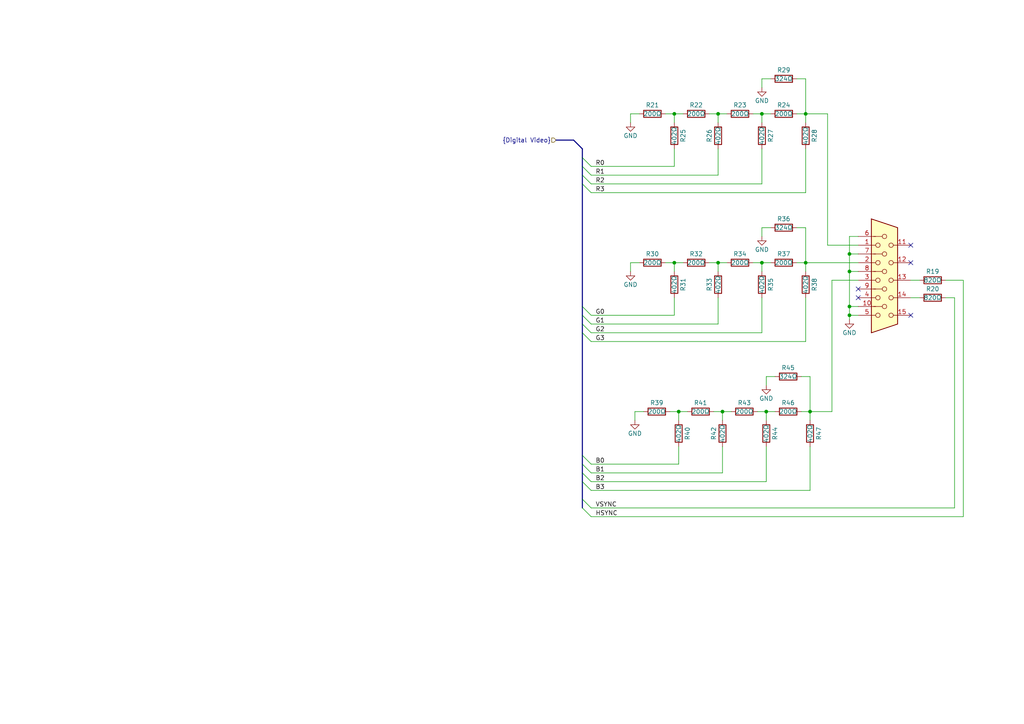
<source format=kicad_sch>
(kicad_sch (version 20230121) (generator eeschema)
  (paper "A4")
  (lib_symbols
    (symbol "Connector:DE15_Receptacle_HighDensity" (pin_names (offset 1.016) hide)
      (property "Reference" "J" (at 0 21.59 0))
      (property "Value" "DE15_Receptacle_HighDensity" (at 0 19.05 0))
      (symbol "DE15_Receptacle_HighDensity_0_1"
        (circle (center -1.905 -10.16) (radius 0.635))
        (circle (center -1.905 -5.08) (radius 0.635))
        (circle (center -1.905 0) (radius 0.635))
        (circle (center -1.905 5.08) (radius 0.635))
        (circle (center -1.905 10.16) (radius 0.635))
        (circle (center 0 -7.62) (radius 0.635))
        (circle (center 0 -2.54) (radius 0.635))
        (polyline (pts (xy -3.175 7.62) (xy -0.635 7.62)))
        (polyline (pts (xy -0.635 -7.62) (xy -3.175 -7.62)))
        (polyline (pts (xy -0.635 -2.54) (xy -3.175 -2.54)))
        (polyline (pts (xy -0.635 2.54) (xy -3.175 2.54)))
        (polyline (pts (xy -0.635 12.7) (xy -3.175 12.7)))
        (polyline (pts (xy -3.81 17.78) (xy -3.81 -15.24) (xy 3.81 -12.7) (xy 3.81 15.24) (xy -3.81 17.78)) (stroke (width 0.254)) (fill (type background)))
        (circle (center 0 2.54) (radius 0.635))
        (circle (center 0 7.62) (radius 0.635))
        (circle (center 0 12.7) (radius 0.635))
        (circle (center 1.905 -10.16) (radius 0.635))
        (circle (center 1.905 -5.08) (radius 0.635))
        (circle (center 1.905 0) (radius 0.635))
        (circle (center 1.905 5.08) (radius 0.635))
        (circle (center 1.905 10.16) (radius 0.635))
      )
      (symbol "DE15_Receptacle_HighDensity_1_1"
        (pin passive line (at -7.62 10.16 0) (length 5.08) (name "~") (number "1"))
        (pin passive line (at -7.62 -7.62 0) (length 5.08) (name "~") (number "10"))
        (pin passive line (at 7.62 10.16 180) (length 5.08) (name "~") (number "11"))
        (pin passive line (at 7.62 5.08 180) (length 5.08) (name "~") (number "12"))
        (pin passive line (at 7.62 0 180) (length 5.08) (name "~") (number "13"))
        (pin passive line (at 7.62 -5.08 180) (length 5.08) (name "~") (number "14"))
        (pin passive line (at 7.62 -10.16 180) (length 5.08) (name "~") (number "15"))
        (pin passive line (at -7.62 5.08 0) (length 5.08) (name "~") (number "2"))
        (pin passive line (at -7.62 0 0) (length 5.08) (name "~") (number "3"))
        (pin passive line (at -7.62 -5.08 0) (length 5.08) (name "~") (number "4"))
        (pin passive line (at -7.62 -10.16 0) (length 5.08) (name "~") (number "5"))
        (pin passive line (at -7.62 12.7 0) (length 5.08) (name "~") (number "6"))
        (pin passive line (at -7.62 7.62 0) (length 5.08) (name "~") (number "7"))
        (pin passive line (at -7.62 2.54 0) (length 5.08) (name "~") (number "8"))
        (pin passive line (at -7.62 -2.54 0) (length 5.08) (name "~") (number "9"))
      )
    )
    (symbol "Device:R" (pin_numbers hide) (pin_names (offset 0))
      (property "Reference" "R" (at 2.032 0 90))
      (property "Value" "R" (at 0 0 90))
      (symbol "R_0_1"
        (rectangle (start -1.016 -2.54) (end 1.016 2.54) (stroke (width 0.254)))
      )
      (symbol "R_1_1"
        (pin passive line (at 0 3.81 270) (length 1.27) (name "~") (number "1"))
        (pin passive line (at 0 -3.81 90) (length 1.27) (name "~") (number "2"))
      )
    )
    (symbol "power:GND" (power) (pin_names (offset 0))
      (property "Value" "GND" (at 0 -3.81 0))
      (symbol "GND_0_1"
        (polyline (pts (xy 0 0) (xy 0 -1.27) (xy 1.27 -1.27) (xy 0 -2.54) (xy -1.27 -1.27) (xy 0 -1.27)))
      )
      (symbol "GND_1_1"
        (pin power_in line (at 0 0 270) (length 0) hide (name "GND") (number "1"))
      )
    )
  )
  (bus_alias "Digital Video" (members "R[0..3]" "G[0..3]" "B[0..3]" "HSYNC" "VSYNC" "PIXEL_CLK"))
  (junction (at 233.68 33.02))
  (junction (at 246.38 73.66))
  (junction (at 220.98 76.2))
  (junction (at 246.38 78.74))
  (junction (at 208.28 76.2))
  (junction (at 208.28 33.02))
  (junction (at 246.38 88.9))
  (junction (at 209.55 119.38))
  (junction (at 222.25 119.38))
  (junction (at 220.98 33.02))
  (junction (at 233.68 76.2))
  (junction (at 195.58 76.2))
  (junction (at 246.38 91.44))
  (junction (at 196.85 119.38))
  (junction (at 195.58 33.02))
  (junction (at 234.95 119.38))
  (no_connect (at 264.16 91.44))
  (no_connect (at 248.92 83.82))
  (no_connect (at 264.16 71.12))
  (no_connect (at 248.92 86.36))
  (no_connect (at 264.16 76.2))
  (bus_entry (at 168.91 88.9) (size 2.54 2.54))
  (bus_entry (at 168.91 48.26) (size 2.54 2.54))
  (bus_entry (at 168.91 134.62) (size 2.54 2.54))
  (bus_entry (at 168.91 96.52) (size 2.54 2.54))
  (bus_entry (at 168.91 50.8) (size 2.54 2.54))
  (bus_entry (at 168.91 137.16) (size 2.54 2.54))
  (bus_entry (at 168.91 144.78) (size 2.54 2.54))
  (bus_entry (at 168.91 93.98) (size 2.54 2.54))
  (bus_entry (at 168.91 132.08) (size 2.54 2.54))
  (bus_entry (at 168.91 45.72) (size 2.54 2.54))
  (bus_entry (at 168.91 53.34) (size 2.54 2.54))
  (bus_entry (at 168.91 91.44) (size 2.54 2.54))
  (bus_entry (at 168.91 147.32) (size 2.54 2.54))
  (bus_entry (at 168.91 139.7) (size 2.54 2.54))
  (wire (pts (xy 274.32 86.36) (xy 276.86 86.36)))
  (wire (pts (xy 222.25 109.22) (xy 222.25 111.76)))
  (wire (pts (xy 171.45 53.34) (xy 220.98 53.34)))
  (wire (pts (xy 233.68 76.2) (xy 233.68 78.74)))
  (wire (pts (xy 246.38 91.44) (xy 246.38 92.71)))
  (wire (pts (xy 232.41 109.22) (xy 234.95 109.22)))
  (wire (pts (xy 195.58 76.2) (xy 195.58 78.74)))
  (bus (pts (xy 168.91 48.26) (xy 168.91 50.8)))
  (bus (pts (xy 168.91 43.18) (xy 168.91 45.72)))
  (wire (pts (xy 182.88 33.02) (xy 182.88 35.56)))
  (wire (pts (xy 171.45 139.7) (xy 222.25 139.7)))
  (wire (pts (xy 220.98 22.86) (xy 223.52 22.86)))
  (wire (pts (xy 231.14 76.2) (xy 233.68 76.2)))
  (wire (pts (xy 234.95 119.38) (xy 241.3 119.38)))
  (wire (pts (xy 219.71 119.38) (xy 222.25 119.38)))
  (wire (pts (xy 196.85 119.38) (xy 196.85 121.92)))
  (wire (pts (xy 171.45 142.24) (xy 234.95 142.24)))
  (wire (pts (xy 182.88 76.2) (xy 182.88 78.74)))
  (wire (pts (xy 234.95 109.22) (xy 234.95 119.38)))
  (wire (pts (xy 209.55 119.38) (xy 209.55 121.92)))
  (wire (pts (xy 246.38 73.66) (xy 248.92 73.66)))
  (wire (pts (xy 194.31 119.38) (xy 196.85 119.38)))
  (wire (pts (xy 222.25 119.38) (xy 224.79 119.38)))
  (wire (pts (xy 171.45 91.44) (xy 195.58 91.44)))
  (wire (pts (xy 246.38 68.58) (xy 246.38 73.66)))
  (wire (pts (xy 195.58 43.18) (xy 195.58 48.26)))
  (wire (pts (xy 171.45 99.06) (xy 233.68 99.06)))
  (wire (pts (xy 171.45 147.32) (xy 276.86 147.32)))
  (wire (pts (xy 195.58 86.36) (xy 195.58 91.44)))
  (wire (pts (xy 241.3 81.28) (xy 241.3 119.38)))
  (wire (pts (xy 231.14 66.04) (xy 233.68 66.04)))
  (wire (pts (xy 246.38 78.74) (xy 248.92 78.74)))
  (wire (pts (xy 240.03 71.12) (xy 248.92 71.12)))
  (wire (pts (xy 233.68 22.86) (xy 233.68 33.02)))
  (wire (pts (xy 218.44 33.02) (xy 220.98 33.02)))
  (wire (pts (xy 171.45 137.16) (xy 209.55 137.16)))
  (wire (pts (xy 246.38 73.66) (xy 246.38 78.74)))
  (wire (pts (xy 220.98 66.04) (xy 220.98 68.58)))
  (wire (pts (xy 234.95 119.38) (xy 234.95 121.92)))
  (wire (pts (xy 205.74 33.02) (xy 208.28 33.02)))
  (bus (pts (xy 168.91 139.7) (xy 168.91 144.78)))
  (wire (pts (xy 274.32 81.28) (xy 279.4 81.28)))
  (wire (pts (xy 246.38 68.58) (xy 248.92 68.58)))
  (bus (pts (xy 168.91 88.9) (xy 168.91 91.44)))
  (wire (pts (xy 195.58 76.2) (xy 198.12 76.2)))
  (wire (pts (xy 264.16 81.28) (xy 266.7 81.28)))
  (wire (pts (xy 220.98 76.2) (xy 223.52 76.2)))
  (wire (pts (xy 171.45 134.62) (xy 196.85 134.62)))
  (wire (pts (xy 195.58 33.02) (xy 198.12 33.02)))
  (wire (pts (xy 246.38 88.9) (xy 248.92 88.9)))
  (wire (pts (xy 232.41 119.38) (xy 234.95 119.38)))
  (bus (pts (xy 168.91 50.8) (xy 168.91 53.34)))
  (bus (pts (xy 168.91 53.34) (xy 168.91 88.9)))
  (bus (pts (xy 168.91 137.16) (xy 168.91 139.7)))
  (wire (pts (xy 279.4 81.28) (xy 279.4 149.86)))
  (wire (pts (xy 205.74 76.2) (xy 208.28 76.2)))
  (bus (pts (xy 168.91 45.72) (xy 168.91 48.26)))
  (wire (pts (xy 233.68 33.02) (xy 233.68 35.56)))
  (wire (pts (xy 220.98 22.86) (xy 220.98 25.4)))
  (wire (pts (xy 171.45 93.98) (xy 208.28 93.98)))
  (wire (pts (xy 234.95 129.54) (xy 234.95 142.24)))
  (wire (pts (xy 184.15 119.38) (xy 184.15 121.92)))
  (wire (pts (xy 220.98 66.04) (xy 223.52 66.04)))
  (wire (pts (xy 171.45 55.88) (xy 233.68 55.88)))
  (wire (pts (xy 233.68 86.36) (xy 233.68 99.06)))
  (wire (pts (xy 171.45 149.86) (xy 279.4 149.86)))
  (wire (pts (xy 196.85 129.54) (xy 196.85 134.62)))
  (wire (pts (xy 182.88 33.02) (xy 185.42 33.02)))
  (wire (pts (xy 233.68 43.18) (xy 233.68 55.88)))
  (wire (pts (xy 196.85 119.38) (xy 199.39 119.38)))
  (wire (pts (xy 208.28 76.2) (xy 208.28 78.74)))
  (wire (pts (xy 241.3 81.28) (xy 248.92 81.28)))
  (bus (pts (xy 168.91 96.52) (xy 168.91 132.08)))
  (wire (pts (xy 246.38 78.74) (xy 246.38 88.9)))
  (wire (pts (xy 220.98 33.02) (xy 223.52 33.02)))
  (wire (pts (xy 208.28 86.36) (xy 208.28 93.98)))
  (wire (pts (xy 218.44 76.2) (xy 220.98 76.2)))
  (bus (pts (xy 168.91 132.08) (xy 168.91 134.62)))
  (wire (pts (xy 233.68 33.02) (xy 240.03 33.02)))
  (wire (pts (xy 246.38 88.9) (xy 246.38 91.44)))
  (wire (pts (xy 233.68 76.2) (xy 248.92 76.2)))
  (wire (pts (xy 208.28 43.18) (xy 208.28 50.8)))
  (wire (pts (xy 220.98 43.18) (xy 220.98 53.34)))
  (wire (pts (xy 231.14 33.02) (xy 233.68 33.02)))
  (wire (pts (xy 264.16 86.36) (xy 266.7 86.36)))
  (wire (pts (xy 209.55 119.38) (xy 212.09 119.38)))
  (wire (pts (xy 222.25 109.22) (xy 224.79 109.22)))
  (wire (pts (xy 193.04 33.02) (xy 195.58 33.02)))
  (wire (pts (xy 209.55 129.54) (xy 209.55 137.16)))
  (wire (pts (xy 208.28 33.02) (xy 208.28 35.56)))
  (wire (pts (xy 246.38 91.44) (xy 248.92 91.44)))
  (bus (pts (xy 161.29 40.64) (xy 166.37 40.64)))
  (wire (pts (xy 208.28 76.2) (xy 210.82 76.2)))
  (wire (pts (xy 240.03 33.02) (xy 240.03 71.12)))
  (wire (pts (xy 182.88 76.2) (xy 185.42 76.2)))
  (wire (pts (xy 222.25 119.38) (xy 222.25 121.92)))
  (bus (pts (xy 168.91 91.44) (xy 168.91 93.98)))
  (wire (pts (xy 171.45 48.26) (xy 195.58 48.26)))
  (wire (pts (xy 171.45 50.8) (xy 208.28 50.8)))
  (wire (pts (xy 171.45 96.52) (xy 220.98 96.52)))
  (bus (pts (xy 168.91 144.78) (xy 168.91 147.32)))
  (wire (pts (xy 233.68 66.04) (xy 233.68 76.2)))
  (wire (pts (xy 220.98 76.2) (xy 220.98 78.74)))
  (wire (pts (xy 220.98 33.02) (xy 220.98 35.56)))
  (wire (pts (xy 195.58 33.02) (xy 195.58 35.56)))
  (wire (pts (xy 220.98 86.36) (xy 220.98 96.52)))
  (wire (pts (xy 231.14 22.86) (xy 233.68 22.86)))
  (wire (pts (xy 276.86 86.36) (xy 276.86 147.32)))
  (bus (pts (xy 168.91 93.98) (xy 168.91 96.52)))
  (wire (pts (xy 207.01 119.38) (xy 209.55 119.38)))
  (wire (pts (xy 184.15 119.38) (xy 186.69 119.38)))
  (wire (pts (xy 208.28 33.02) (xy 210.82 33.02)))
  (bus (pts (xy 168.91 134.62) (xy 168.91 137.16)))
  (bus (pts (xy 166.37 40.64) (xy 168.91 43.18)))
  (wire (pts (xy 222.25 129.54) (xy 222.25 139.7)))
  (wire (pts (xy 193.04 76.2) (xy 195.58 76.2)))
  (label "B0" (at 172.72 134.62 0))
  (label "R1" (at 172.72 50.8 0))
  (label "G2" (at 172.72 96.52 0))
  (label "HSYNC" (at 172.72 149.86 0))
  (label "VSYNC" (at 172.72 147.32 0))
  (label "B3" (at 172.72 142.24 0))
  (label "R0" (at 172.72 48.26 0))
  (label "G0" (at 172.72 91.44 0))
  (label "G3" (at 172.72 99.06 0))
  (label "R3" (at 172.72 55.88 0))
  (label "R2" (at 172.72 53.34 0))
  (label "G1" (at 172.72 93.98 0))
  (label "B2" (at 172.72 139.7 0))
  (label "B1" (at 172.72 137.16 0))
  (hierarchical_label "{Digital Video}" (shape input) (at 161.29 40.64 180))
  (symbol (lib_id "Device:R") (at 214.63 33.02 270) (unit 1)
    (property "Reference" "R23" (at 214.63 30.48 90))
    (property "Value" "200Ω" (at 214.63 33.02 90))
  )
  (symbol (lib_id "Device:R") (at 196.85 125.73 180) (unit 1)
    (property "Reference" "R40" (at 199.39 125.73 90))
    (property "Value" "402Ω" (at 196.85 125.73 90))
  )
  (symbol (lib_id "Device:R") (at 234.95 125.73 180) (unit 1)
    (property "Reference" "R47" (at 237.49 125.73 90))
    (property "Value" "402Ω" (at 234.95 125.73 90))
  )
  (symbol (lib_id "Device:R") (at 201.93 76.2 270) (unit 1)
    (property "Reference" "R32" (at 201.93 73.66 90))
    (property "Value" "200Ω" (at 201.93 76.2 90))
  )
  (symbol (lib_id "power:GND") (at 184.15 121.92 0) (unit 1)
    (property "Reference" "#PWR084" (effects hide))
    (property "Value" "GND" (at 184.15 125.73 0))
  )
  (symbol (lib_id "power:GND") (at 246.38 92.71 0) (unit 1)
    (property "Reference" "#PWR019" (effects hide))
    (property "Value" "GND" (at 246.38 96.52 0))
    (instances (project "Revision 2" (path "" (reference "#PWR019") (unit 1)) (path "" (reference "#PWR01") (unit 1))))
  )
  (symbol (lib_id "Device:R") (at 227.33 22.86 270) (unit 1)
    (property "Reference" "R29" (at 227.33 20.32 90))
    (property "Value" "324Ω" (at 227.33 22.86 90))
  )
  (symbol (lib_id "Device:R") (at 220.98 39.37 180) (unit 1)
    (property "Reference" "R27" (at 223.52 39.37 90))
    (property "Value" "402Ω" (at 220.98 39.37 90))
  )
  (symbol (lib_id "Device:R") (at 227.33 33.02 270) (unit 1)
    (property "Reference" "R24" (at 227.33 30.48 90))
    (property "Value" "200Ω" (at 227.33 33.02 90))
  )
  (symbol (lib_id "Device:R") (at 233.68 82.55 180) (unit 1)
    (property "Reference" "R38" (at 236.22 82.55 90))
    (property "Value" "402Ω" (at 233.68 82.55 90))
  )
  (symbol (lib_id "Device:R") (at 227.33 76.2 270) (unit 1)
    (property "Reference" "R37" (at 227.33 73.66 90))
    (property "Value" "200Ω" (at 227.33 76.2 90))
  )
  (symbol (lib_id "Device:R") (at 203.2 119.38 270) (unit 1)
    (property "Reference" "R41" (at 203.2 116.84 90))
    (property "Value" "200Ω" (at 203.2 119.38 90))
  )
  (symbol (lib_id "Device:R") (at 270.51 86.36 270) (unit 1)
    (property "Reference" "R20" (at 270.51 83.82 90))
    (property "Value" "820Ω" (at 270.51 86.36 90))
  )
  (symbol (lib_id "Connector:DE15_Receptacle_HighDensity") (at 256.54 81.28 0) (unit 1)
    (property "Reference" "J1" (effects hide))
    (property "Value" "DE15_Receptacle_HighDensity" (effects hide))
    (property "Datasheet" " ~" (effects hide))
  )
  (symbol (lib_id "Device:R") (at 208.28 39.37 0) (unit 1)
    (property "Reference" "R26" (at 205.74 39.37 90))
    (property "Value" "402Ω" (at 208.28 39.37 90))
  )
  (symbol (lib_id "Device:R") (at 220.98 82.55 180) (unit 1)
    (property "Reference" "R35" (at 223.52 82.55 90))
    (property "Value" "402Ω" (at 220.98 82.55 90))
  )
  (symbol (lib_id "Device:R") (at 228.6 119.38 270) (unit 1)
    (property "Reference" "R46" (at 228.6 116.84 90))
    (property "Value" "200Ω" (at 228.6 119.38 90))
  )
  (symbol (lib_id "Device:R") (at 195.58 39.37 180) (unit 1)
    (property "Reference" "R25" (at 198.12 39.37 90))
    (property "Value" "402Ω" (at 195.58 39.37 90))
  )
  (symbol (lib_id "Device:R") (at 214.63 76.2 270) (unit 1)
    (property "Reference" "R34" (at 214.63 73.66 90))
    (property "Value" "200Ω" (at 214.63 76.2 90))
  )
  (symbol (lib_id "Device:R") (at 227.33 66.04 270) (unit 1)
    (property "Reference" "R36" (at 227.33 63.5 90))
    (property "Value" "324Ω" (at 227.33 66.04 90))
  )
  (symbol (lib_id "Device:R") (at 189.23 76.2 270) (unit 1)
    (property "Reference" "R30" (at 189.23 73.66 90))
    (property "Value" "200Ω" (at 189.23 76.2 90))
  )
  (symbol (lib_id "power:GND") (at 220.98 68.58 0) (unit 1)
    (property "Reference" "#PWR083" (effects hide))
    (property "Value" "GND" (at 220.98 72.39 0))
  )
  (symbol (lib_id "Device:R") (at 270.51 81.28 270) (unit 1)
    (property "Reference" "R19" (at 270.51 78.74 90))
    (property "Value" "820Ω" (at 270.51 81.28 90))
  )
  (symbol (lib_id "Device:R") (at 209.55 125.73 0) (unit 1)
    (property "Reference" "R42" (at 207.01 125.73 90))
    (property "Value" "402Ω" (at 209.55 125.73 90))
  )
  (symbol (lib_id "Device:R") (at 201.93 33.02 270) (unit 1)
    (property "Reference" "R22" (at 201.93 30.48 90))
    (property "Value" "200Ω" (at 201.93 33.02 90))
  )
  (symbol (lib_id "power:GND") (at 182.88 35.56 0) (unit 1)
    (property "Reference" "#PWR080" (effects hide))
    (property "Value" "GND" (at 182.88 39.37 0))
  )
  (symbol (lib_id "Device:R") (at 195.58 82.55 180) (unit 1)
    (property "Reference" "R31" (at 198.12 82.55 90))
    (property "Value" "402Ω" (at 195.58 82.55 90))
  )
  (symbol (lib_id "Device:R") (at 215.9 119.38 270) (unit 1)
    (property "Reference" "R43" (at 215.9 116.84 90))
    (property "Value" "200Ω" (at 215.9 119.38 90))
  )
  (symbol (lib_id "power:GND") (at 222.25 111.76 0) (unit 1)
    (property "Reference" "#PWR085" (effects hide))
    (property "Value" "GND" (at 222.25 115.57 0))
  )
  (symbol (lib_id "power:GND") (at 220.98 25.4 0) (unit 1)
    (property "Reference" "#PWR081" (effects hide))
    (property "Value" "GND" (at 220.98 29.21 0))
  )
  (symbol (lib_id "Device:R") (at 190.5 119.38 270) (unit 1)
    (property "Reference" "R39" (at 190.5 116.84 90))
    (property "Value" "200Ω" (at 190.5 119.38 90))
  )
  (symbol (lib_id "Device:R") (at 189.23 33.02 270) (unit 1)
    (property "Reference" "R21" (at 189.23 30.48 90))
    (property "Value" "200Ω" (at 189.23 33.02 90))
  )
  (symbol (lib_id "Device:R") (at 228.6 109.22 270) (unit 1)
    (property "Reference" "R45" (at 228.6 106.68 90))
    (property "Value" "324Ω" (at 228.6 109.22 90))
  )
  (symbol (lib_id "Device:R") (at 222.25 125.73 180) (unit 1)
    (property "Reference" "R44" (at 224.79 125.73 90))
    (property "Value" "402Ω" (at 222.25 125.73 90))
  )
  (symbol (lib_id "Device:R") (at 233.68 39.37 180) (unit 1)
    (property "Reference" "R28" (at 236.22 39.37 90))
    (property "Value" "402Ω" (at 233.68 39.37 90))
  )
  (symbol (lib_id "power:GND") (at 182.88 78.74 0) (unit 1)
    (property "Reference" "#PWR082" (effects hide))
    (property "Value" "GND" (at 182.88 82.55 0))
  )
  (symbol (lib_id "Device:R") (at 208.28 82.55 0) (unit 1)
    (property "Reference" "R33" (at 205.74 82.55 90))
    (property "Value" "402Ω" (at 208.28 82.55 90))
  )
)
</source>
